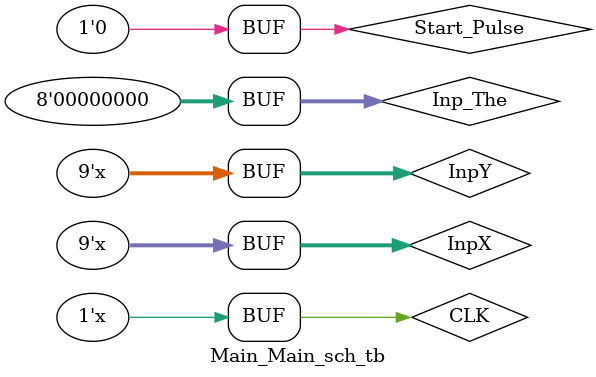
<source format=v>

`timescale 1ns / 1ps

module Main_Main_sch_tb();

// Inputs
   reg CLK;
   reg [7:0] Inp_The;
   reg [8:0] InpY;
   reg [8:0] InpX;
   reg Start_Pulse;

// Output
   wire [8:0] OTPX;
   wire [8:0] OTPY;
	wire [7:0] Theta_Pre;

// Bidirs

// Instantiate the UUT
   Main UUT (
		.CLK(CLK), 
		.Inp_The(Inp_The), 
		.InpY(InpY), 
		.InpX(InpX), 
		.Start_Pulse(Start_Pulse), 
		.OTPX(OTPX), 
		.OTPY(OTPY),
		.Theta_Pre(Theta_Pre)
   );
// Initialize Inputs
	initial begin
	CLK = 1;
	Inp_The = 0;
	InpY = 100;
	InpX = 0;
	Start_Pulse = 1;
   #50;
	Start_Pulse = 0;
	end
	
	always
	begin
	CLK = ~CLK;
	#500;
	end
	
	always
	begin
	#19000
	InpY = InpY - 10 ;
	InpX = InpX + 10 ;
	Start_Pulse = 1;
   #1000;
	Start_Pulse = 0;
	end
	
		
endmodule


</source>
